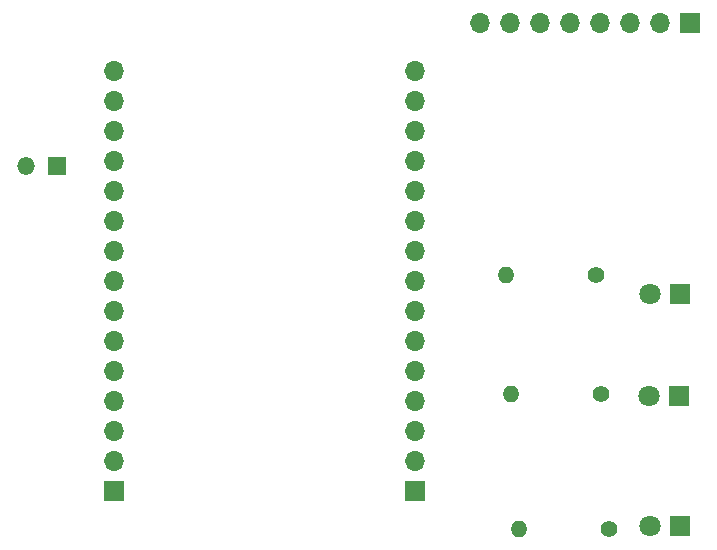
<source format=gbr>
%TF.GenerationSoftware,KiCad,Pcbnew,5.1.6-c6e7f7d~87~ubuntu20.04.1*%
%TF.CreationDate,2020-08-02T16:50:31-04:00*%
%TF.ProjectId,GaitPCB2,47616974-5043-4423-922e-6b696361645f,rev?*%
%TF.SameCoordinates,Original*%
%TF.FileFunction,Copper,L1,Top*%
%TF.FilePolarity,Positive*%
%FSLAX46Y46*%
G04 Gerber Fmt 4.6, Leading zero omitted, Abs format (unit mm)*
G04 Created by KiCad (PCBNEW 5.1.6-c6e7f7d~87~ubuntu20.04.1) date 2020-08-02 16:50:31*
%MOMM*%
%LPD*%
G01*
G04 APERTURE LIST*
%TA.AperFunction,ComponentPad*%
%ADD10O,1.700000X1.700000*%
%TD*%
%TA.AperFunction,ComponentPad*%
%ADD11R,1.700000X1.700000*%
%TD*%
%TA.AperFunction,ComponentPad*%
%ADD12R,1.800000X1.800000*%
%TD*%
%TA.AperFunction,ComponentPad*%
%ADD13C,1.800000*%
%TD*%
%TA.AperFunction,ComponentPad*%
%ADD14C,1.400000*%
%TD*%
%TA.AperFunction,ComponentPad*%
%ADD15O,1.400000X1.400000*%
%TD*%
%TA.AperFunction,ComponentPad*%
%ADD16R,1.500000X1.500000*%
%TD*%
%TA.AperFunction,ComponentPad*%
%ADD17O,1.500000X1.500000*%
%TD*%
G04 APERTURE END LIST*
D10*
%TO.P,J3,15*%
%TO.N,Net-(J3-Pad15)*%
X117450000Y-43840000D03*
%TO.P,J3,14*%
%TO.N,Net-(J3-Pad14)*%
X117450000Y-46380000D03*
%TO.P,J3,13*%
%TO.N,Net-(J3-Pad13)*%
X117450000Y-48920000D03*
%TO.P,J3,12*%
%TO.N,Net-(J3-Pad12)*%
X117450000Y-51460000D03*
%TO.P,J3,11*%
%TO.N,Net-(J3-Pad11)*%
X117450000Y-54000000D03*
%TO.P,J3,10*%
%TO.N,Net-(J3-Pad10)*%
X117450000Y-56540000D03*
%TO.P,J3,9*%
%TO.N,Net-(J3-Pad9)*%
X117450000Y-59080000D03*
%TO.P,J3,8*%
%TO.N,Net-(J3-Pad8)*%
X117450000Y-61620000D03*
%TO.P,J3,7*%
%TO.N,Net-(J3-Pad7)*%
X117450000Y-64160000D03*
%TO.P,J3,6*%
%TO.N,Net-(J3-Pad6)*%
X117450000Y-66700000D03*
%TO.P,J3,5*%
%TO.N,Net-(J3-Pad5)*%
X117450000Y-69240000D03*
%TO.P,J3,4*%
%TO.N,Net-(J3-Pad4)*%
X117450000Y-71780000D03*
%TO.P,J3,3*%
%TO.N,Net-(J3-Pad3)*%
X117450000Y-74320000D03*
%TO.P,J3,2*%
%TO.N,GND*%
X117450000Y-76860000D03*
D11*
%TO.P,J3,1*%
%TO.N,VDD*%
X117450000Y-79400000D03*
%TD*%
%TO.P,J2,1*%
%TO.N,+3V3*%
X142925000Y-79375000D03*
D10*
%TO.P,J2,2*%
%TO.N,GND*%
X142925000Y-76835000D03*
%TO.P,J2,3*%
%TO.N,Net-(J2-Pad3)*%
X142925000Y-74295000D03*
%TO.P,J2,4*%
%TO.N,Net-(J2-Pad4)*%
X142925000Y-71755000D03*
%TO.P,J2,5*%
%TO.N,Net-(J2-Pad5)*%
X142925000Y-69215000D03*
%TO.P,J2,6*%
%TO.N,Net-(J2-Pad6)*%
X142925000Y-66675000D03*
%TO.P,J2,7*%
%TO.N,Net-(J2-Pad7)*%
X142925000Y-64135000D03*
%TO.P,J2,8*%
%TO.N,Net-(J2-Pad8)*%
X142925000Y-61595000D03*
%TO.P,J2,9*%
%TO.N,Net-(J2-Pad9)*%
X142925000Y-59055000D03*
%TO.P,J2,10*%
%TO.N,Net-(J2-Pad10)*%
X142925000Y-56515000D03*
%TO.P,J2,11*%
%TO.N,Net-(J2-Pad11)*%
X142925000Y-53975000D03*
%TO.P,J2,12*%
%TO.N,Net-(J2-Pad12)*%
X142925000Y-51435000D03*
%TO.P,J2,13*%
%TO.N,Net-(J2-Pad13)*%
X142925000Y-48895000D03*
%TO.P,J2,14*%
%TO.N,Net-(J2-Pad14)*%
X142925000Y-46355000D03*
%TO.P,J2,15*%
%TO.N,Net-(J2-Pad15)*%
X142925000Y-43815000D03*
%TD*%
D12*
%TO.P,D1,1*%
%TO.N,GND*%
X165350000Y-62675000D03*
D13*
%TO.P,D1,2*%
%TO.N,Net-(D1-Pad2)*%
X162810000Y-62675000D03*
%TD*%
D12*
%TO.P,D2,1*%
%TO.N,GND*%
X165275000Y-71350000D03*
D13*
%TO.P,D2,2*%
%TO.N,Net-(D2-Pad2)*%
X162735000Y-71350000D03*
%TD*%
D12*
%TO.P,D3,1*%
%TO.N,GND*%
X165350000Y-82375000D03*
D13*
%TO.P,D3,2*%
%TO.N,Net-(D3-Pad2)*%
X162810000Y-82375000D03*
%TD*%
D14*
%TO.P,R1,1*%
%TO.N,Net-(D1-Pad2)*%
X158275000Y-61100000D03*
D15*
%TO.P,R1,2*%
%TO.N,Net-(J2-Pad5)*%
X150655000Y-61100000D03*
%TD*%
%TO.P,R2,2*%
%TO.N,Net-(J2-Pad4)*%
X151105000Y-71200000D03*
D14*
%TO.P,R2,1*%
%TO.N,Net-(D2-Pad2)*%
X158725000Y-71200000D03*
%TD*%
%TO.P,R3,1*%
%TO.N,Net-(D3-Pad2)*%
X159400000Y-82575000D03*
D15*
%TO.P,R3,2*%
%TO.N,Net-(J2-Pad3)*%
X151780000Y-82575000D03*
%TD*%
D11*
%TO.P,J4,1*%
%TO.N,+3V3*%
X166250000Y-39775000D03*
D10*
%TO.P,J4,2*%
%TO.N,GND*%
X163710000Y-39775000D03*
%TO.P,J4,3*%
%TO.N,Net-(J2-Pad14)*%
X161170000Y-39775000D03*
%TO.P,J4,4*%
%TO.N,Net-(J2-Pad11)*%
X158630000Y-39775000D03*
%TO.P,J4,5*%
%TO.N,Net-(J4-Pad5)*%
X156090000Y-39775000D03*
%TO.P,J4,6*%
%TO.N,Net-(J4-Pad6)*%
X153550000Y-39775000D03*
%TO.P,J4,7*%
%TO.N,Net-(J4-Pad7)*%
X151010000Y-39775000D03*
%TO.P,J4,8*%
%TO.N,Net-(J2-Pad15)*%
X148470000Y-39775000D03*
%TD*%
D16*
%TO.P,J1,1*%
%TO.N,VDD*%
X112600000Y-51875000D03*
D17*
%TO.P,J1,2*%
%TO.N,GND*%
X110000000Y-51900000D03*
%TD*%
M02*

</source>
